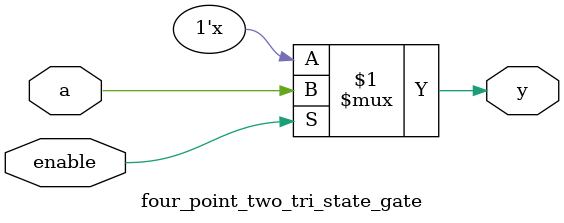
<source format=v>
/*
 * @Author: zhao-leo 18055219130@163.com
 * @Date: 2024-10-18 21:38:18
 * @LastEditors: zhao-leo 18055219130@163.com
 * @LastEditTime: 2024-10-18 21:39:19
 * @FilePath: \module\4_2\four_point_two_tri_state_gate.v
 */
module four_point_two_tri_state_gate(input wire a, input wire enable, output wire y);
    // 当 enable 为 1 时，y 的值为 a，否则 y 为高阻态（'z'）
    assign y = enable ? a : 1'bz;
endmodule
</source>
